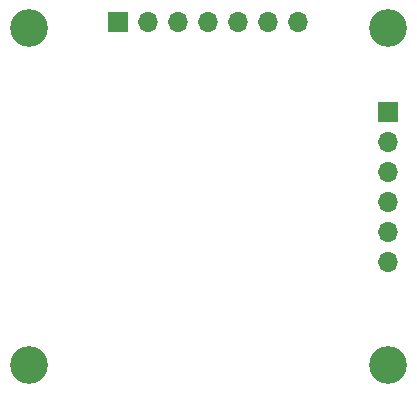
<source format=gbs>
G04 #@! TF.GenerationSoftware,KiCad,Pcbnew,6.0.11+dfsg-1~bpo11+1*
G04 #@! TF.CreationDate,2023-03-04T12:31:31-08:00*
G04 #@! TF.ProjectId,sx1280_breakout,73783132-3830-45f6-9272-65616b6f7574,rev?*
G04 #@! TF.SameCoordinates,Original*
G04 #@! TF.FileFunction,Soldermask,Bot*
G04 #@! TF.FilePolarity,Negative*
%FSLAX46Y46*%
G04 Gerber Fmt 4.6, Leading zero omitted, Abs format (unit mm)*
G04 Created by KiCad (PCBNEW 6.0.11+dfsg-1~bpo11+1) date 2023-03-04 12:31:31*
%MOMM*%
%LPD*%
G01*
G04 APERTURE LIST*
%ADD10C,3.200000*%
%ADD11R,1.700000X1.700000*%
%ADD12O,1.700000X1.700000*%
G04 APERTURE END LIST*
D10*
X154900000Y-120000000D03*
X124500000Y-120000000D03*
X154900000Y-91500000D03*
X124500000Y-91500000D03*
D11*
X132080000Y-91000000D03*
D12*
X134620000Y-91000000D03*
X137160000Y-91000000D03*
X139700000Y-91000000D03*
X142240000Y-91000000D03*
X144780000Y-91000000D03*
X147320000Y-91000000D03*
X154940000Y-111320000D03*
X154940000Y-108780000D03*
X154940000Y-106240000D03*
X154940000Y-103700000D03*
X154940000Y-101160000D03*
D11*
X154940000Y-98620000D03*
M02*

</source>
